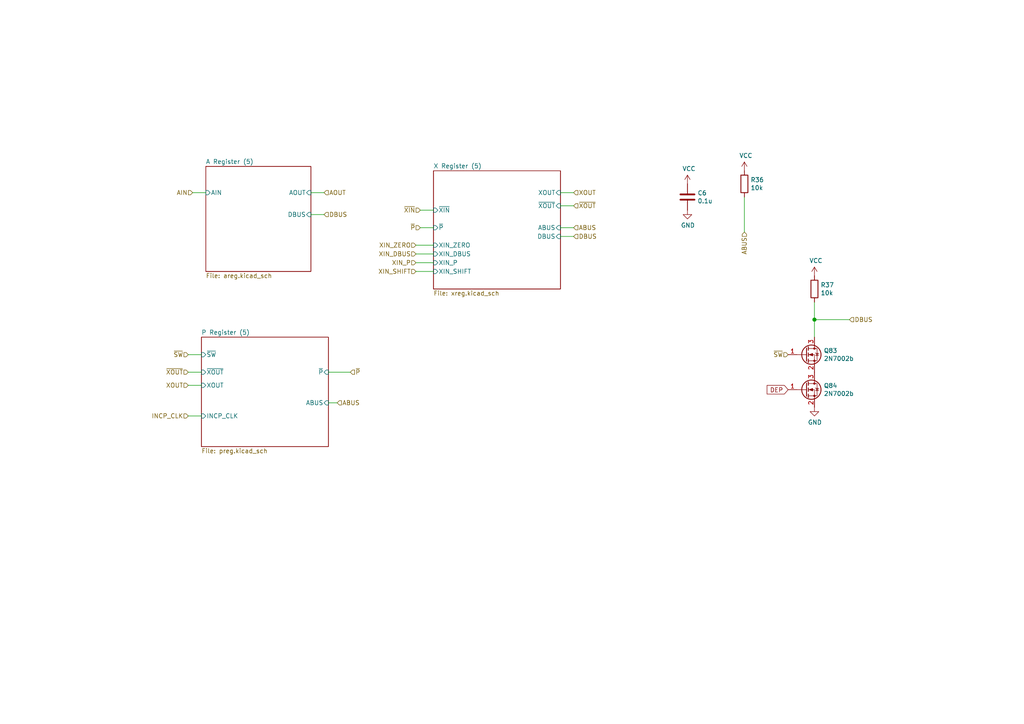
<source format=kicad_sch>
(kicad_sch (version 20210126) (generator eeschema)
  (paper "A4")
  (title_block (title "Q2 Bit Slice 5") (date "2021-02-05") (rev "1") (company "joewing.net"))
  (lib_symbols
    (symbol "Device:C" (pin_numbers hide) (pin_names (offset 0.254))
      (property "Reference" "C" (at 0.635 2.54 0))
      (property "Value" "C" (at 0.635 -2.54 0))
      (symbol "C_0_1"
        (polyline (pts (xy -2.032 -0.762) (xy 2.032 -0.762)) (stroke (width 0.508)))
        (polyline (pts (xy -2.032 0.762) (xy 2.032 0.762)) (stroke (width 0.508)))
      )
      (symbol "C_1_1"
        (pin passive line (at 0 3.81 270) (length 2.794) (name "~") (number "1"))
        (pin passive line (at 0 -3.81 90) (length 2.794) (name "~") (number "2"))
      )
    )
    (symbol "Device:R" (pin_numbers hide) (pin_names (offset 0))
      (property "Reference" "R" (at 2.032 0 90))
      (property "Value" "R" (at 0 0 90))
      (symbol "R_0_1"
        (rectangle (start -1.016 -2.54) (end 1.016 2.54) (stroke (width 0.254)))
      )
      (symbol "R_1_1"
        (pin passive line (at 0 3.81 270) (length 1.27) (name "~") (number "1"))
        (pin passive line (at 0 -3.81 90) (length 1.27) (name "~") (number "2"))
      )
    )
    (symbol "Transistor_FET:2N7002" (pin_names hide)
      (property "Reference" "Q" (at 5.08 1.905 0))
      (property "Value" "2N7002" (at 5.08 0 0))
      (symbol "2N7002_0_1"
        (circle (center 1.651 0) (radius 2.794) (stroke (width 0.254)))
        (circle (center 2.54 -1.778) (radius 0.254) (fill (type outline)))
        (circle (center 2.54 1.778) (radius 0.254) (fill (type outline)))
        (polyline (pts (xy 0.254 0) (xy -2.54 0)))
        (polyline (pts (xy 0.254 1.905) (xy 0.254 -1.905)) (stroke (width 0.254)))
        (polyline (pts (xy 0.762 -1.27) (xy 0.762 -2.286)) (stroke (width 0.254)))
        (polyline (pts (xy 0.762 0.508) (xy 0.762 -0.508)) (stroke (width 0.254)))
        (polyline (pts (xy 0.762 2.286) (xy 0.762 1.27)) (stroke (width 0.254)))
        (polyline (pts (xy 2.54 2.54) (xy 2.54 1.778)))
        (polyline (pts (xy 2.54 -2.54) (xy 2.54 0) (xy 0.762 0)))
        (polyline (pts (xy 0.762 -1.778) (xy 3.302 -1.778) (xy 3.302 1.778) (xy 0.762 1.778)))
        (polyline (pts (xy 1.016 0) (xy 2.032 0.381) (xy 2.032 -0.381) (xy 1.016 0)) (fill (type outline)))
        (polyline (pts (xy 2.794 0.508) (xy 2.921 0.381) (xy 3.683 0.381) (xy 3.81 0.254)))
        (polyline (pts (xy 3.302 0.381) (xy 2.921 -0.254) (xy 3.683 -0.254) (xy 3.302 0.381)))
      )
      (symbol "2N7002_1_1"
        (pin input line (at -5.08 0 0) (length 2.54) (name "G") (number "1"))
        (pin passive line (at 2.54 -5.08 90) (length 2.54) (name "S") (number "2"))
        (pin passive line (at 2.54 5.08 270) (length 2.54) (name "D") (number "3"))
      )
    )
    (symbol "power:GND" (power) (pin_names (offset 0))
      (property "Value" "GND" (at 0 -3.81 0))
      (symbol "GND_0_1"
        (polyline (pts (xy 0 0) (xy 0 -1.27) (xy 1.27 -1.27) (xy 0 -2.54) (xy -1.27 -1.27) (xy 0 -1.27)))
      )
      (symbol "GND_1_1"
        (pin power_in line (at 0 0 270) (length 0) hide (name "GND") (number "1"))
      )
    )
    (symbol "power:VCC" (power) (pin_names (offset 0))
      (property "Value" "VCC" (at 0 3.81 0))
      (symbol "VCC_0_1"
        (polyline (pts (xy -0.762 1.27) (xy 0 2.54)))
        (polyline (pts (xy 0 0) (xy 0 2.54)))
        (polyline (pts (xy 0 2.54) (xy 0.762 1.27)))
      )
      (symbol "VCC_1_1"
        (pin power_in line (at 0 0 90) (length 0) hide (name "VCC") (number "1"))
      )
    )
  )
  (junction (at 236.22 92.71) (diameter 1.016))
  (wire (pts (xy 54.61 102.87) (xy 58.42 102.87)))
  (wire (pts (xy 54.61 107.95) (xy 58.42 107.95)))
  (wire (pts (xy 54.61 111.76) (xy 58.42 111.76)))
  (wire (pts (xy 54.61 120.65) (xy 58.42 120.65)))
  (wire (pts (xy 59.69 55.88) (xy 55.88 55.88)))
  (wire (pts (xy 93.98 55.88) (xy 90.17 55.88)))
  (wire (pts (xy 93.98 62.23) (xy 90.17 62.23)))
  (wire (pts (xy 95.25 107.95) (xy 101.6 107.95)))
  (wire (pts (xy 95.25 116.84) (xy 97.79 116.84)))
  (wire (pts (xy 120.65 71.12) (xy 125.73 71.12)))
  (wire (pts (xy 120.65 73.66) (xy 125.73 73.66)))
  (wire (pts (xy 120.65 76.2) (xy 125.73 76.2)))
  (wire (pts (xy 120.65 78.74) (xy 125.73 78.74)))
  (wire (pts (xy 121.92 60.96) (xy 125.73 60.96)))
  (wire (pts (xy 121.92 66.04) (xy 125.73 66.04)))
  (wire (pts (xy 162.56 55.88) (xy 166.37 55.88)))
  (wire (pts (xy 162.56 59.69) (xy 166.37 59.69)))
  (wire (pts (xy 162.56 66.04) (xy 166.37 66.04)))
  (wire (pts (xy 166.37 68.58) (xy 162.56 68.58)))
  (wire (pts (xy 215.9 57.15) (xy 215.9 67.31)))
  (wire (pts (xy 236.22 92.71) (xy 236.22 87.63)))
  (wire (pts (xy 236.22 92.71) (xy 246.38 92.71)))
  (wire (pts (xy 236.22 97.79) (xy 236.22 92.71)))
  (global_label "DEP" (shape input) (at 228.6 113.03 180) (property "Intersheet References" "${INTERSHEET_REFS}" (effects hide)))
  (hierarchical_label "~SW" (shape input) (at 54.61 102.87 180))
  (hierarchical_label "~XOUT" (shape input) (at 54.61 107.95 180))
  (hierarchical_label "XOUT" (shape input) (at 54.61 111.76 180))
  (hierarchical_label "INCP_CLK" (shape input) (at 54.61 120.65 180))
  (hierarchical_label "AIN" (shape input) (at 55.88 55.88 180))
  (hierarchical_label "AOUT" (shape input) (at 93.98 55.88 0))
  (hierarchical_label "DBUS" (shape input) (at 93.98 62.23 0))
  (hierarchical_label "ABUS" (shape input) (at 97.79 116.84 0))
  (hierarchical_label "~P" (shape input) (at 101.6 107.95 0))
  (hierarchical_label "XIN_ZERO" (shape input) (at 120.65 71.12 180))
  (hierarchical_label "XIN_DBUS" (shape input) (at 120.65 73.66 180))
  (hierarchical_label "XIN_P" (shape input) (at 120.65 76.2 180))
  (hierarchical_label "XIN_SHIFT" (shape input) (at 120.65 78.74 180))
  (hierarchical_label "~XIN" (shape input) (at 121.92 60.96 180))
  (hierarchical_label "~P" (shape input) (at 121.92 66.04 180))
  (hierarchical_label "XOUT" (shape input) (at 166.37 55.88 0))
  (hierarchical_label "~XOUT" (shape input) (at 166.37 59.69 0))
  (hierarchical_label "ABUS" (shape input) (at 166.37 66.04 0))
  (hierarchical_label "DBUS" (shape input) (at 166.37 68.58 0))
  (hierarchical_label "ABUS" (shape input) (at 215.9 67.31 270))
  (hierarchical_label "~SW" (shape input) (at 228.6 102.87 180))
  (hierarchical_label "DBUS" (shape input) (at 246.38 92.71 0))
  (symbol (lib_id "power:VCC") (at 199.39 53.34 0) (unit 1)
    (property "Reference" "#PWR099" (effects hide))
    (property "Value" "VCC" (at 199.8218 48.9458 0))
  )
  (symbol (lib_id "power:VCC") (at 215.9 49.53 0) (unit 1)
    (property "Reference" "#PWR098" (effects hide))
    (property "Value" "VCC" (at 216.3318 45.1358 0))
  )
  (symbol (lib_id "power:VCC") (at 236.22 80.01 0) (unit 1)
    (property "Reference" "#PWR0101" (effects hide))
    (property "Value" "VCC" (at 236.6518 75.6158 0))
  )
  (symbol (lib_id "power:GND") (at 199.39 60.96 0) (unit 1)
    (property "Reference" "#PWR0100" (effects hide))
    (property "Value" "GND" (at 199.517 65.3542 0))
  )
  (symbol (lib_id "power:GND") (at 236.22 118.11 0) (unit 1)
    (property "Reference" "#PWR0102" (effects hide))
    (property "Value" "GND" (at 236.347 122.5042 0))
  )
  (symbol (lib_id "Device:R") (at 215.9 53.34 0) (unit 1)
    (property "Reference" "R36" (at 217.678 52.1716 0) (effects (justify left)))
    (property "Value" "10k" (at 217.678 54.483 0) (effects (justify left)))
    (property "Footprint" "Resistor_SMD:R_0805_2012Metric" (effects hide))
    (property "LCSC" "C17414" (effects hide))
  )
  (symbol (lib_id "Device:R") (at 236.22 83.82 0) (unit 1)
    (property "Reference" "R37" (at 237.998 82.6516 0) (effects (justify left)))
    (property "Value" "10k" (at 237.998 84.963 0) (effects (justify left)))
    (property "Footprint" "Resistor_SMD:R_0805_2012Metric" (effects hide))
    (property "LCSC" "C17414" (effects hide))
  )
  (symbol (lib_id "Device:C") (at 199.39 57.15 0) (unit 1)
    (property "Reference" "C6" (at 202.311 55.9816 0) (effects (justify left)))
    (property "Value" "0.1u" (at 202.311 58.293 0) (effects (justify left)))
    (property "Footprint" "Capacitor_SMD:C_0805_2012Metric" (effects hide))
    (property "LCSC" "C49678" (effects hide))
  )
  (symbol (lib_id "Transistor_FET:2N7002") (at 233.68 102.87 0) (unit 1)
    (property "Reference" "Q83" (at 238.9124 101.7016 0) (effects (justify left)))
    (property "Value" "2N7002b" (at 238.912 104.013 0) (effects (justify left)))
    (property "Footprint" "Package_TO_SOT_SMD:SOT-23" (effects hide))
    (property "Datasheet" "https://www.fairchildsemi.com/datasheets/2N/2N7002.pdf" (effects hide))
    (property "LCSC" "C8545" (effects hide))
  )
  (symbol (lib_id "Transistor_FET:2N7002") (at 233.68 113.03 0) (unit 1)
    (property "Reference" "Q84" (at 238.9124 111.8616 0) (effects (justify left)))
    (property "Value" "2N7002b" (at 238.912 114.173 0) (effects (justify left)))
    (property "Footprint" "Package_TO_SOT_SMD:SOT-23" (effects hide))
    (property "Datasheet" "https://www.fairchildsemi.com/datasheets/2N/2N7002.pdf" (effects hide))
    (property "LCSC" "C8545" (effects hide))
  )
  (sheet (at 59.69 48.26) (size 30.48 30.48)
    (property "Sheet name" "A Register (5)" (at 59.69 47.624 0) (effects (justify left bottom)))
    (property "Sheet file" "areg.kicad_sch" (at 59.69 79.2485 0) (effects (justify left top)))
    (pin "AIN" input (at 59.69 55.88 180))
    (pin "AOUT" input (at 90.17 55.88 0))
    (pin "DBUS" input (at 90.17 62.23 0))
  )
  (sheet (at 58.42 97.79) (size 36.83 31.75)
    (property "Sheet name" "P Register (5)" (at 58.42 97.154 0) (effects (justify left bottom)))
    (property "Sheet file" "preg.kicad_sch" (at 58.42 130.0485 0) (effects (justify left top)))
    (pin "~XOUT" input (at 58.42 107.95 180))
    (pin "~SW" input (at 58.42 102.87 180))
    (pin "XOUT" input (at 58.42 111.76 180))
    (pin "ABUS" input (at 95.25 116.84 0))
    (pin "~P" input (at 95.25 107.95 0))
    (pin "INCP_CLK" input (at 58.42 120.65 180))
  )
  (sheet (at 125.73 49.53) (size 36.83 34.29)
    (property "Sheet name" "X Register (5)" (at 125.73 48.895 0) (effects (justify left bottom)))
    (property "Sheet file" "xreg.kicad_sch" (at 125.73 84.3285 0) (effects (justify left top)))
    (pin "DBUS" input (at 162.56 68.58 0))
    (pin "XOUT" input (at 162.56 55.88 0))
    (pin "~P" input (at 125.73 66.04 180))
    (pin "~XIN" input (at 125.73 60.96 180))
    (pin "ABUS" input (at 162.56 66.04 0))
    (pin "~XOUT" input (at 162.56 59.69 0))
    (pin "XIN_ZERO" input (at 125.73 71.12 180))
    (pin "XIN_DBUS" input (at 125.73 73.66 180))
    (pin "XIN_P" input (at 125.73 76.2 180))
    (pin "XIN_SHIFT" input (at 125.73 78.74 180))
  )
)
</source>
